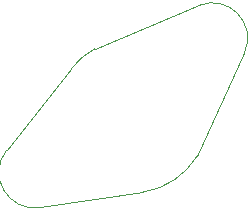
<source format=gm1>
%TF.GenerationSoftware,KiCad,Pcbnew,7.0.5*%
%TF.CreationDate,2023-06-18T14:42:25+02:00*%
%TF.ProjectId,RH_RKJXM1015004_FacePlateTilted,52485f52-4b4a-4584-9d31-303135303034,rev?*%
%TF.SameCoordinates,Original*%
%TF.FileFunction,Profile,NP*%
%FSLAX46Y46*%
G04 Gerber Fmt 4.6, Leading zero omitted, Abs format (unit mm)*
G04 Created by KiCad (PCBNEW 7.0.5) date 2023-06-18 14:42:25*
%MOMM*%
%LPD*%
G01*
G04 APERTURE LIST*
%TA.AperFunction,Profile*%
%ADD10C,0.100000*%
%TD*%
G04 APERTURE END LIST*
D10*
X52948133Y-63428998D02*
G75*
G03*
X57569867Y-60350069I-947533J6430598D01*
G01*
X57676624Y-47626688D02*
X48899234Y-51286015D01*
X41421731Y-59885708D02*
G75*
G03*
X44210702Y-64716352I2351669J-1862692D01*
G01*
X61558345Y-51645339D02*
G75*
G03*
X57676624Y-47626689I-2727345J1249639D01*
G01*
X48899227Y-51286001D02*
G75*
G03*
X46905346Y-52962559I3101473J-5712399D01*
G01*
X61558363Y-51645347D02*
X57569867Y-60350069D01*
X41421724Y-59885702D02*
X46905346Y-52962559D01*
X44210702Y-64716352D02*
X52948129Y-63428968D01*
M02*

</source>
